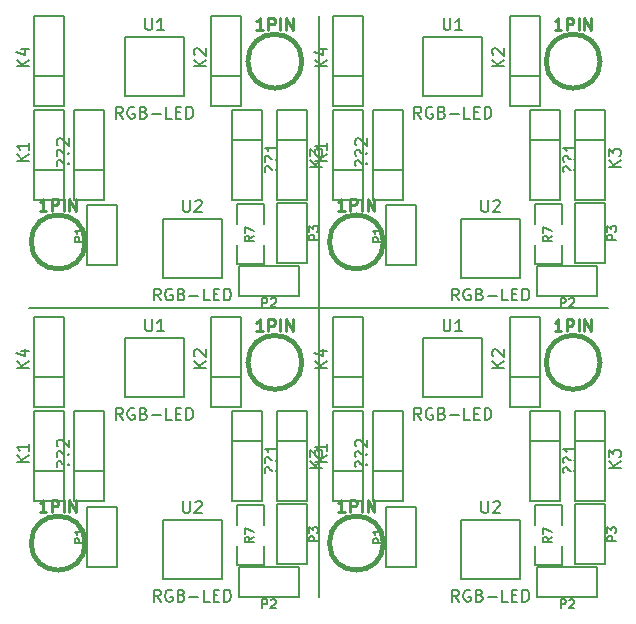
<source format=gto>
G04 (created by PCBNEW (2013-may-18)-stable) date Вт 21 апр 2015 20:47:11*
%MOIN*%
G04 Gerber Fmt 3.4, Leading zero omitted, Abs format*
%FSLAX34Y34*%
G01*
G70*
G90*
G04 APERTURE LIST*
%ADD10C,0.00590551*%
%ADD11C,0.00787402*%
%ADD12C,0.015*%
%ADD13C,0.006*%
%ADD14C,0.005*%
%ADD15C,0.01*%
G04 APERTURE END LIST*
G54D10*
G54D11*
X35944Y-12283D02*
X35944Y-31653D01*
X26299Y-22007D02*
X45590Y-22007D01*
G54D12*
X28163Y-29842D02*
G75*
G03X28163Y-29842I-900J0D01*
G74*
G01*
X35388Y-23818D02*
G75*
G03X35388Y-23818I-900J0D01*
G74*
G01*
G54D13*
X35291Y-30641D02*
X35291Y-31641D01*
X35291Y-31641D02*
X33291Y-31641D01*
X33291Y-31641D02*
X33291Y-30641D01*
X33291Y-30641D02*
X35291Y-30641D01*
X29240Y-30625D02*
X28240Y-30625D01*
X28240Y-30625D02*
X28240Y-28625D01*
X28240Y-28625D02*
X29240Y-28625D01*
X29240Y-28625D02*
X29240Y-30625D01*
X34559Y-28547D02*
X35559Y-28547D01*
X35559Y-28547D02*
X35559Y-30547D01*
X35559Y-30547D02*
X34559Y-30547D01*
X34559Y-30547D02*
X34559Y-28547D01*
X28807Y-28448D02*
X27807Y-28448D01*
X27807Y-28448D02*
X27807Y-25448D01*
X27807Y-25448D02*
X28807Y-25448D01*
X28807Y-25448D02*
X28807Y-28448D01*
X27807Y-27448D02*
X28807Y-27448D01*
X27468Y-28448D02*
X26468Y-28448D01*
X26468Y-28448D02*
X26468Y-25448D01*
X26468Y-25448D02*
X27468Y-25448D01*
X27468Y-25448D02*
X27468Y-28448D01*
X26468Y-27448D02*
X27468Y-27448D01*
X34559Y-25448D02*
X35559Y-25448D01*
X35559Y-25448D02*
X35559Y-28448D01*
X35559Y-28448D02*
X34559Y-28448D01*
X34559Y-28448D02*
X34559Y-25448D01*
X35559Y-26448D02*
X34559Y-26448D01*
X33374Y-25299D02*
X32374Y-25299D01*
X32374Y-25299D02*
X32374Y-22299D01*
X32374Y-22299D02*
X33374Y-22299D01*
X33374Y-22299D02*
X33374Y-25299D01*
X32374Y-24299D02*
X33374Y-24299D01*
X33043Y-25448D02*
X34043Y-25448D01*
X34043Y-25448D02*
X34043Y-28448D01*
X34043Y-28448D02*
X33043Y-28448D01*
X33043Y-28448D02*
X33043Y-25448D01*
X34043Y-26448D02*
X33043Y-26448D01*
X27468Y-25299D02*
X26468Y-25299D01*
X26468Y-25299D02*
X26468Y-22299D01*
X26468Y-22299D02*
X27468Y-22299D01*
X27468Y-22299D02*
X27468Y-25299D01*
X26468Y-24299D02*
X27468Y-24299D01*
G54D10*
X31456Y-23011D02*
X29488Y-23011D01*
X29488Y-23011D02*
X29488Y-24980D01*
X29488Y-24980D02*
X31456Y-24980D01*
X31456Y-24980D02*
X31456Y-23011D01*
X32716Y-29074D02*
X30748Y-29074D01*
X30748Y-29074D02*
X30748Y-31043D01*
X30748Y-31043D02*
X32716Y-31043D01*
X32716Y-31043D02*
X32716Y-29074D01*
G54D14*
X33211Y-30586D02*
X34111Y-30586D01*
X34111Y-30586D02*
X34111Y-29936D01*
X33211Y-29236D02*
X33211Y-28586D01*
X33211Y-28586D02*
X34111Y-28586D01*
X34111Y-28586D02*
X34111Y-29236D01*
X33211Y-29936D02*
X33211Y-30586D01*
X43152Y-30586D02*
X44052Y-30586D01*
X44052Y-30586D02*
X44052Y-29936D01*
X43152Y-29236D02*
X43152Y-28586D01*
X43152Y-28586D02*
X44052Y-28586D01*
X44052Y-28586D02*
X44052Y-29236D01*
X43152Y-29936D02*
X43152Y-30586D01*
G54D10*
X42657Y-29074D02*
X40688Y-29074D01*
X40688Y-29074D02*
X40688Y-31043D01*
X40688Y-31043D02*
X42657Y-31043D01*
X42657Y-31043D02*
X42657Y-29074D01*
X41397Y-23011D02*
X39429Y-23011D01*
X39429Y-23011D02*
X39429Y-24980D01*
X39429Y-24980D02*
X41397Y-24980D01*
X41397Y-24980D02*
X41397Y-23011D01*
G54D13*
X37409Y-25299D02*
X36409Y-25299D01*
X36409Y-25299D02*
X36409Y-22299D01*
X36409Y-22299D02*
X37409Y-22299D01*
X37409Y-22299D02*
X37409Y-25299D01*
X36409Y-24299D02*
X37409Y-24299D01*
X42984Y-25448D02*
X43984Y-25448D01*
X43984Y-25448D02*
X43984Y-28448D01*
X43984Y-28448D02*
X42984Y-28448D01*
X42984Y-28448D02*
X42984Y-25448D01*
X43984Y-26448D02*
X42984Y-26448D01*
X43314Y-25299D02*
X42314Y-25299D01*
X42314Y-25299D02*
X42314Y-22299D01*
X42314Y-22299D02*
X43314Y-22299D01*
X43314Y-22299D02*
X43314Y-25299D01*
X42314Y-24299D02*
X43314Y-24299D01*
X44500Y-25448D02*
X45500Y-25448D01*
X45500Y-25448D02*
X45500Y-28448D01*
X45500Y-28448D02*
X44500Y-28448D01*
X44500Y-28448D02*
X44500Y-25448D01*
X45500Y-26448D02*
X44500Y-26448D01*
X37409Y-28448D02*
X36409Y-28448D01*
X36409Y-28448D02*
X36409Y-25448D01*
X36409Y-25448D02*
X37409Y-25448D01*
X37409Y-25448D02*
X37409Y-28448D01*
X36409Y-27448D02*
X37409Y-27448D01*
X38748Y-28448D02*
X37748Y-28448D01*
X37748Y-28448D02*
X37748Y-25448D01*
X37748Y-25448D02*
X38748Y-25448D01*
X38748Y-25448D02*
X38748Y-28448D01*
X37748Y-27448D02*
X38748Y-27448D01*
X44500Y-28547D02*
X45500Y-28547D01*
X45500Y-28547D02*
X45500Y-30547D01*
X45500Y-30547D02*
X44500Y-30547D01*
X44500Y-30547D02*
X44500Y-28547D01*
X39181Y-30625D02*
X38181Y-30625D01*
X38181Y-30625D02*
X38181Y-28625D01*
X38181Y-28625D02*
X39181Y-28625D01*
X39181Y-28625D02*
X39181Y-30625D01*
X45232Y-30641D02*
X45232Y-31641D01*
X45232Y-31641D02*
X43232Y-31641D01*
X43232Y-31641D02*
X43232Y-30641D01*
X43232Y-30641D02*
X45232Y-30641D01*
G54D12*
X45329Y-23818D02*
G75*
G03X45329Y-23818I-900J0D01*
G74*
G01*
X38104Y-29842D02*
G75*
G03X38104Y-29842I-900J0D01*
G74*
G01*
X38104Y-19803D02*
G75*
G03X38104Y-19803I-900J0D01*
G74*
G01*
X45329Y-13779D02*
G75*
G03X45329Y-13779I-900J0D01*
G74*
G01*
G54D13*
X45232Y-20602D02*
X45232Y-21602D01*
X45232Y-21602D02*
X43232Y-21602D01*
X43232Y-21602D02*
X43232Y-20602D01*
X43232Y-20602D02*
X45232Y-20602D01*
X39181Y-20586D02*
X38181Y-20586D01*
X38181Y-20586D02*
X38181Y-18586D01*
X38181Y-18586D02*
X39181Y-18586D01*
X39181Y-18586D02*
X39181Y-20586D01*
X44500Y-18507D02*
X45500Y-18507D01*
X45500Y-18507D02*
X45500Y-20507D01*
X45500Y-20507D02*
X44500Y-20507D01*
X44500Y-20507D02*
X44500Y-18507D01*
X38748Y-18409D02*
X37748Y-18409D01*
X37748Y-18409D02*
X37748Y-15409D01*
X37748Y-15409D02*
X38748Y-15409D01*
X38748Y-15409D02*
X38748Y-18409D01*
X37748Y-17409D02*
X38748Y-17409D01*
X37409Y-18409D02*
X36409Y-18409D01*
X36409Y-18409D02*
X36409Y-15409D01*
X36409Y-15409D02*
X37409Y-15409D01*
X37409Y-15409D02*
X37409Y-18409D01*
X36409Y-17409D02*
X37409Y-17409D01*
X44500Y-15409D02*
X45500Y-15409D01*
X45500Y-15409D02*
X45500Y-18409D01*
X45500Y-18409D02*
X44500Y-18409D01*
X44500Y-18409D02*
X44500Y-15409D01*
X45500Y-16409D02*
X44500Y-16409D01*
X43314Y-15259D02*
X42314Y-15259D01*
X42314Y-15259D02*
X42314Y-12259D01*
X42314Y-12259D02*
X43314Y-12259D01*
X43314Y-12259D02*
X43314Y-15259D01*
X42314Y-14259D02*
X43314Y-14259D01*
X42984Y-15409D02*
X43984Y-15409D01*
X43984Y-15409D02*
X43984Y-18409D01*
X43984Y-18409D02*
X42984Y-18409D01*
X42984Y-18409D02*
X42984Y-15409D01*
X43984Y-16409D02*
X42984Y-16409D01*
X37409Y-15259D02*
X36409Y-15259D01*
X36409Y-15259D02*
X36409Y-12259D01*
X36409Y-12259D02*
X37409Y-12259D01*
X37409Y-12259D02*
X37409Y-15259D01*
X36409Y-14259D02*
X37409Y-14259D01*
G54D10*
X41397Y-12972D02*
X39429Y-12972D01*
X39429Y-12972D02*
X39429Y-14940D01*
X39429Y-14940D02*
X41397Y-14940D01*
X41397Y-14940D02*
X41397Y-12972D01*
X42657Y-19035D02*
X40688Y-19035D01*
X40688Y-19035D02*
X40688Y-21003D01*
X40688Y-21003D02*
X42657Y-21003D01*
X42657Y-21003D02*
X42657Y-19035D01*
G54D14*
X43152Y-20547D02*
X44052Y-20547D01*
X44052Y-20547D02*
X44052Y-19897D01*
X43152Y-19197D02*
X43152Y-18547D01*
X43152Y-18547D02*
X44052Y-18547D01*
X44052Y-18547D02*
X44052Y-19197D01*
X43152Y-19897D02*
X43152Y-20547D01*
X33211Y-20547D02*
X34111Y-20547D01*
X34111Y-20547D02*
X34111Y-19897D01*
X33211Y-19197D02*
X33211Y-18547D01*
X33211Y-18547D02*
X34111Y-18547D01*
X34111Y-18547D02*
X34111Y-19197D01*
X33211Y-19897D02*
X33211Y-20547D01*
G54D10*
X32716Y-19035D02*
X30748Y-19035D01*
X30748Y-19035D02*
X30748Y-21003D01*
X30748Y-21003D02*
X32716Y-21003D01*
X32716Y-21003D02*
X32716Y-19035D01*
X31456Y-12972D02*
X29488Y-12972D01*
X29488Y-12972D02*
X29488Y-14940D01*
X29488Y-14940D02*
X31456Y-14940D01*
X31456Y-14940D02*
X31456Y-12972D01*
G54D13*
X27468Y-15259D02*
X26468Y-15259D01*
X26468Y-15259D02*
X26468Y-12259D01*
X26468Y-12259D02*
X27468Y-12259D01*
X27468Y-12259D02*
X27468Y-15259D01*
X26468Y-14259D02*
X27468Y-14259D01*
X33043Y-15409D02*
X34043Y-15409D01*
X34043Y-15409D02*
X34043Y-18409D01*
X34043Y-18409D02*
X33043Y-18409D01*
X33043Y-18409D02*
X33043Y-15409D01*
X34043Y-16409D02*
X33043Y-16409D01*
X33374Y-15259D02*
X32374Y-15259D01*
X32374Y-15259D02*
X32374Y-12259D01*
X32374Y-12259D02*
X33374Y-12259D01*
X33374Y-12259D02*
X33374Y-15259D01*
X32374Y-14259D02*
X33374Y-14259D01*
X34559Y-15409D02*
X35559Y-15409D01*
X35559Y-15409D02*
X35559Y-18409D01*
X35559Y-18409D02*
X34559Y-18409D01*
X34559Y-18409D02*
X34559Y-15409D01*
X35559Y-16409D02*
X34559Y-16409D01*
X27468Y-18409D02*
X26468Y-18409D01*
X26468Y-18409D02*
X26468Y-15409D01*
X26468Y-15409D02*
X27468Y-15409D01*
X27468Y-15409D02*
X27468Y-18409D01*
X26468Y-17409D02*
X27468Y-17409D01*
X28807Y-18409D02*
X27807Y-18409D01*
X27807Y-18409D02*
X27807Y-15409D01*
X27807Y-15409D02*
X28807Y-15409D01*
X28807Y-15409D02*
X28807Y-18409D01*
X27807Y-17409D02*
X28807Y-17409D01*
X34559Y-18507D02*
X35559Y-18507D01*
X35559Y-18507D02*
X35559Y-20507D01*
X35559Y-20507D02*
X34559Y-20507D01*
X34559Y-20507D02*
X34559Y-18507D01*
X29240Y-20586D02*
X28240Y-20586D01*
X28240Y-20586D02*
X28240Y-18586D01*
X28240Y-18586D02*
X29240Y-18586D01*
X29240Y-18586D02*
X29240Y-20586D01*
X35291Y-20602D02*
X35291Y-21602D01*
X35291Y-21602D02*
X33291Y-21602D01*
X33291Y-21602D02*
X33291Y-20602D01*
X33291Y-20602D02*
X35291Y-20602D01*
G54D12*
X35388Y-13779D02*
G75*
G03X35388Y-13779I-900J0D01*
G74*
G01*
X28163Y-19803D02*
G75*
G03X28163Y-19803I-900J0D01*
G74*
G01*
G54D15*
X26873Y-28804D02*
X26644Y-28804D01*
X26759Y-28804D02*
X26759Y-28404D01*
X26720Y-28461D01*
X26682Y-28499D01*
X26644Y-28518D01*
X27044Y-28804D02*
X27044Y-28404D01*
X27197Y-28404D01*
X27235Y-28423D01*
X27254Y-28442D01*
X27273Y-28480D01*
X27273Y-28537D01*
X27254Y-28575D01*
X27235Y-28594D01*
X27197Y-28613D01*
X27044Y-28613D01*
X27444Y-28804D02*
X27444Y-28404D01*
X27635Y-28804D02*
X27635Y-28404D01*
X27863Y-28804D01*
X27863Y-28404D01*
X34097Y-22780D02*
X33869Y-22780D01*
X33983Y-22780D02*
X33983Y-22380D01*
X33945Y-22437D01*
X33907Y-22476D01*
X33869Y-22495D01*
X34269Y-22780D02*
X34269Y-22380D01*
X34421Y-22380D01*
X34459Y-22399D01*
X34478Y-22418D01*
X34497Y-22456D01*
X34497Y-22514D01*
X34478Y-22552D01*
X34459Y-22571D01*
X34421Y-22590D01*
X34269Y-22590D01*
X34669Y-22780D02*
X34669Y-22380D01*
X34859Y-22780D02*
X34859Y-22380D01*
X35088Y-22780D01*
X35088Y-22380D01*
G54D13*
X34069Y-32013D02*
X34069Y-31713D01*
X34184Y-31713D01*
X34212Y-31727D01*
X34227Y-31741D01*
X34241Y-31770D01*
X34241Y-31813D01*
X34227Y-31841D01*
X34212Y-31856D01*
X34184Y-31870D01*
X34069Y-31870D01*
X34355Y-31741D02*
X34369Y-31727D01*
X34398Y-31713D01*
X34469Y-31713D01*
X34498Y-31727D01*
X34512Y-31741D01*
X34527Y-31770D01*
X34527Y-31798D01*
X34512Y-31841D01*
X34341Y-32013D01*
X34527Y-32013D01*
X28111Y-29847D02*
X27811Y-29847D01*
X27811Y-29733D01*
X27825Y-29704D01*
X27840Y-29690D01*
X27868Y-29675D01*
X27911Y-29675D01*
X27940Y-29690D01*
X27954Y-29704D01*
X27968Y-29733D01*
X27968Y-29847D01*
X28111Y-29390D02*
X28111Y-29561D01*
X28111Y-29475D02*
X27811Y-29475D01*
X27854Y-29504D01*
X27883Y-29533D01*
X27897Y-29561D01*
X35930Y-29768D02*
X35630Y-29768D01*
X35630Y-29654D01*
X35644Y-29625D01*
X35659Y-29611D01*
X35687Y-29597D01*
X35730Y-29597D01*
X35759Y-29611D01*
X35773Y-29625D01*
X35787Y-29654D01*
X35787Y-29768D01*
X35630Y-29497D02*
X35630Y-29311D01*
X35744Y-29411D01*
X35744Y-29368D01*
X35759Y-29340D01*
X35773Y-29325D01*
X35801Y-29311D01*
X35873Y-29311D01*
X35901Y-29325D01*
X35916Y-29340D01*
X35930Y-29368D01*
X35930Y-29454D01*
X35916Y-29482D01*
X35901Y-29497D01*
X27580Y-27229D02*
X27599Y-27210D01*
X27618Y-27229D01*
X27599Y-27248D01*
X27580Y-27229D01*
X27618Y-27229D01*
X27238Y-27305D02*
X27218Y-27267D01*
X27218Y-27172D01*
X27238Y-27134D01*
X27276Y-27115D01*
X27314Y-27115D01*
X27352Y-27134D01*
X27371Y-27153D01*
X27390Y-27191D01*
X27409Y-27210D01*
X27447Y-27229D01*
X27466Y-27229D01*
X27580Y-26886D02*
X27599Y-26867D01*
X27618Y-26886D01*
X27599Y-26905D01*
X27580Y-26886D01*
X27618Y-26886D01*
X27238Y-26963D02*
X27218Y-26925D01*
X27218Y-26829D01*
X27238Y-26791D01*
X27276Y-26772D01*
X27314Y-26772D01*
X27352Y-26791D01*
X27371Y-26810D01*
X27390Y-26848D01*
X27409Y-26867D01*
X27447Y-26886D01*
X27466Y-26886D01*
X27257Y-26620D02*
X27238Y-26601D01*
X27218Y-26563D01*
X27218Y-26467D01*
X27238Y-26429D01*
X27257Y-26410D01*
X27295Y-26391D01*
X27333Y-26391D01*
X27390Y-26410D01*
X27618Y-26639D01*
X27618Y-26391D01*
X26280Y-27144D02*
X25880Y-27144D01*
X26280Y-26915D02*
X26051Y-27086D01*
X25880Y-26915D02*
X26108Y-27144D01*
X26280Y-26534D02*
X26280Y-26763D01*
X26280Y-26648D02*
X25880Y-26648D01*
X25937Y-26686D01*
X25975Y-26725D01*
X25994Y-26763D01*
X36070Y-27344D02*
X35670Y-27344D01*
X36070Y-27115D02*
X35842Y-27286D01*
X35670Y-27115D02*
X35899Y-27344D01*
X35670Y-26982D02*
X35670Y-26734D01*
X35823Y-26867D01*
X35823Y-26810D01*
X35842Y-26772D01*
X35861Y-26753D01*
X35899Y-26734D01*
X35994Y-26734D01*
X36032Y-26753D01*
X36051Y-26772D01*
X36070Y-26810D01*
X36070Y-26925D01*
X36051Y-26963D01*
X36032Y-26982D01*
X32185Y-23994D02*
X31785Y-23994D01*
X32185Y-23765D02*
X31957Y-23937D01*
X31785Y-23765D02*
X32014Y-23994D01*
X31824Y-23613D02*
X31804Y-23594D01*
X31785Y-23556D01*
X31785Y-23461D01*
X31804Y-23423D01*
X31824Y-23403D01*
X31862Y-23384D01*
X31900Y-23384D01*
X31957Y-23403D01*
X32185Y-23632D01*
X32185Y-23384D01*
X34517Y-27429D02*
X34536Y-27410D01*
X34555Y-27429D01*
X34536Y-27448D01*
X34517Y-27429D01*
X34555Y-27429D01*
X34174Y-27505D02*
X34155Y-27467D01*
X34155Y-27372D01*
X34174Y-27334D01*
X34212Y-27315D01*
X34250Y-27315D01*
X34288Y-27334D01*
X34307Y-27353D01*
X34326Y-27391D01*
X34345Y-27410D01*
X34383Y-27429D01*
X34402Y-27429D01*
X34517Y-27086D02*
X34536Y-27067D01*
X34555Y-27086D01*
X34536Y-27105D01*
X34517Y-27086D01*
X34555Y-27086D01*
X34174Y-27163D02*
X34155Y-27125D01*
X34155Y-27029D01*
X34174Y-26991D01*
X34212Y-26972D01*
X34250Y-26972D01*
X34288Y-26991D01*
X34307Y-27010D01*
X34326Y-27048D01*
X34345Y-27067D01*
X34383Y-27086D01*
X34402Y-27086D01*
X34555Y-26591D02*
X34555Y-26820D01*
X34555Y-26705D02*
X34155Y-26705D01*
X34212Y-26744D01*
X34250Y-26782D01*
X34269Y-26820D01*
X26280Y-23994D02*
X25880Y-23994D01*
X26280Y-23765D02*
X26051Y-23937D01*
X25880Y-23765D02*
X26108Y-23994D01*
X26013Y-23423D02*
X26280Y-23423D01*
X25861Y-23518D02*
X26147Y-23613D01*
X26147Y-23365D01*
G54D10*
X30172Y-22383D02*
X30172Y-22702D01*
X30191Y-22739D01*
X30209Y-22758D01*
X30247Y-22777D01*
X30322Y-22777D01*
X30359Y-22758D01*
X30378Y-22739D01*
X30397Y-22702D01*
X30397Y-22383D01*
X30791Y-22777D02*
X30566Y-22777D01*
X30678Y-22777D02*
X30678Y-22383D01*
X30641Y-22440D01*
X30603Y-22477D01*
X30566Y-22496D01*
X29422Y-25730D02*
X29291Y-25542D01*
X29197Y-25730D02*
X29197Y-25336D01*
X29347Y-25336D01*
X29385Y-25355D01*
X29403Y-25374D01*
X29422Y-25411D01*
X29422Y-25467D01*
X29403Y-25505D01*
X29385Y-25523D01*
X29347Y-25542D01*
X29197Y-25542D01*
X29797Y-25355D02*
X29760Y-25336D01*
X29703Y-25336D01*
X29647Y-25355D01*
X29610Y-25392D01*
X29591Y-25430D01*
X29572Y-25505D01*
X29572Y-25561D01*
X29591Y-25636D01*
X29610Y-25673D01*
X29647Y-25711D01*
X29703Y-25730D01*
X29741Y-25730D01*
X29797Y-25711D01*
X29816Y-25692D01*
X29816Y-25561D01*
X29741Y-25561D01*
X30116Y-25523D02*
X30172Y-25542D01*
X30191Y-25561D01*
X30209Y-25598D01*
X30209Y-25655D01*
X30191Y-25692D01*
X30172Y-25711D01*
X30134Y-25730D01*
X29985Y-25730D01*
X29985Y-25336D01*
X30116Y-25336D01*
X30153Y-25355D01*
X30172Y-25374D01*
X30191Y-25411D01*
X30191Y-25449D01*
X30172Y-25486D01*
X30153Y-25505D01*
X30116Y-25523D01*
X29985Y-25523D01*
X30378Y-25580D02*
X30678Y-25580D01*
X31053Y-25730D02*
X30866Y-25730D01*
X30866Y-25336D01*
X31184Y-25523D02*
X31316Y-25523D01*
X31372Y-25730D02*
X31184Y-25730D01*
X31184Y-25336D01*
X31372Y-25336D01*
X31541Y-25730D02*
X31541Y-25336D01*
X31634Y-25336D01*
X31691Y-25355D01*
X31728Y-25392D01*
X31747Y-25430D01*
X31766Y-25505D01*
X31766Y-25561D01*
X31747Y-25636D01*
X31728Y-25673D01*
X31691Y-25711D01*
X31634Y-25730D01*
X31541Y-25730D01*
X31432Y-28446D02*
X31432Y-28765D01*
X31451Y-28802D01*
X31469Y-28821D01*
X31507Y-28840D01*
X31582Y-28840D01*
X31619Y-28821D01*
X31638Y-28802D01*
X31657Y-28765D01*
X31657Y-28446D01*
X31826Y-28484D02*
X31844Y-28465D01*
X31882Y-28446D01*
X31976Y-28446D01*
X32013Y-28465D01*
X32032Y-28484D01*
X32050Y-28521D01*
X32050Y-28559D01*
X32032Y-28615D01*
X31807Y-28840D01*
X32050Y-28840D01*
X30682Y-31793D02*
X30551Y-31605D01*
X30457Y-31793D02*
X30457Y-31399D01*
X30607Y-31399D01*
X30644Y-31418D01*
X30663Y-31437D01*
X30682Y-31474D01*
X30682Y-31530D01*
X30663Y-31568D01*
X30644Y-31586D01*
X30607Y-31605D01*
X30457Y-31605D01*
X31057Y-31418D02*
X31019Y-31399D01*
X30963Y-31399D01*
X30907Y-31418D01*
X30869Y-31455D01*
X30851Y-31493D01*
X30832Y-31568D01*
X30832Y-31624D01*
X30851Y-31699D01*
X30869Y-31736D01*
X30907Y-31774D01*
X30963Y-31793D01*
X31001Y-31793D01*
X31057Y-31774D01*
X31076Y-31755D01*
X31076Y-31624D01*
X31001Y-31624D01*
X31376Y-31586D02*
X31432Y-31605D01*
X31451Y-31624D01*
X31469Y-31661D01*
X31469Y-31718D01*
X31451Y-31755D01*
X31432Y-31774D01*
X31394Y-31793D01*
X31244Y-31793D01*
X31244Y-31399D01*
X31376Y-31399D01*
X31413Y-31418D01*
X31432Y-31437D01*
X31451Y-31474D01*
X31451Y-31511D01*
X31432Y-31549D01*
X31413Y-31568D01*
X31376Y-31586D01*
X31244Y-31586D01*
X31638Y-31643D02*
X31938Y-31643D01*
X32313Y-31793D02*
X32125Y-31793D01*
X32125Y-31399D01*
X32444Y-31586D02*
X32575Y-31586D01*
X32632Y-31793D02*
X32444Y-31793D01*
X32444Y-31399D01*
X32632Y-31399D01*
X32800Y-31793D02*
X32800Y-31399D01*
X32894Y-31399D01*
X32950Y-31418D01*
X32988Y-31455D01*
X33007Y-31493D01*
X33025Y-31568D01*
X33025Y-31624D01*
X33007Y-31699D01*
X32988Y-31736D01*
X32950Y-31774D01*
X32894Y-31793D01*
X32800Y-31793D01*
G54D14*
X33782Y-29636D02*
X33639Y-29736D01*
X33782Y-29808D02*
X33482Y-29808D01*
X33482Y-29693D01*
X33497Y-29665D01*
X33511Y-29650D01*
X33539Y-29636D01*
X33582Y-29636D01*
X33611Y-29650D01*
X33625Y-29665D01*
X33639Y-29693D01*
X33639Y-29808D01*
X33482Y-29536D02*
X33482Y-29336D01*
X33782Y-29465D01*
X43723Y-29636D02*
X43580Y-29736D01*
X43723Y-29808D02*
X43423Y-29808D01*
X43423Y-29693D01*
X43438Y-29665D01*
X43452Y-29650D01*
X43480Y-29636D01*
X43523Y-29636D01*
X43552Y-29650D01*
X43566Y-29665D01*
X43580Y-29693D01*
X43580Y-29808D01*
X43423Y-29536D02*
X43423Y-29336D01*
X43723Y-29465D01*
G54D10*
X41373Y-28446D02*
X41373Y-28765D01*
X41392Y-28802D01*
X41410Y-28821D01*
X41448Y-28840D01*
X41523Y-28840D01*
X41560Y-28821D01*
X41579Y-28802D01*
X41598Y-28765D01*
X41598Y-28446D01*
X41766Y-28484D02*
X41785Y-28465D01*
X41823Y-28446D01*
X41916Y-28446D01*
X41954Y-28465D01*
X41973Y-28484D01*
X41991Y-28521D01*
X41991Y-28559D01*
X41973Y-28615D01*
X41748Y-28840D01*
X41991Y-28840D01*
X40623Y-31793D02*
X40492Y-31605D01*
X40398Y-31793D02*
X40398Y-31399D01*
X40548Y-31399D01*
X40585Y-31418D01*
X40604Y-31437D01*
X40623Y-31474D01*
X40623Y-31530D01*
X40604Y-31568D01*
X40585Y-31586D01*
X40548Y-31605D01*
X40398Y-31605D01*
X40998Y-31418D02*
X40960Y-31399D01*
X40904Y-31399D01*
X40848Y-31418D01*
X40810Y-31455D01*
X40792Y-31493D01*
X40773Y-31568D01*
X40773Y-31624D01*
X40792Y-31699D01*
X40810Y-31736D01*
X40848Y-31774D01*
X40904Y-31793D01*
X40942Y-31793D01*
X40998Y-31774D01*
X41017Y-31755D01*
X41017Y-31624D01*
X40942Y-31624D01*
X41317Y-31586D02*
X41373Y-31605D01*
X41392Y-31624D01*
X41410Y-31661D01*
X41410Y-31718D01*
X41392Y-31755D01*
X41373Y-31774D01*
X41335Y-31793D01*
X41185Y-31793D01*
X41185Y-31399D01*
X41317Y-31399D01*
X41354Y-31418D01*
X41373Y-31437D01*
X41392Y-31474D01*
X41392Y-31511D01*
X41373Y-31549D01*
X41354Y-31568D01*
X41317Y-31586D01*
X41185Y-31586D01*
X41579Y-31643D02*
X41879Y-31643D01*
X42254Y-31793D02*
X42066Y-31793D01*
X42066Y-31399D01*
X42385Y-31586D02*
X42516Y-31586D01*
X42573Y-31793D02*
X42385Y-31793D01*
X42385Y-31399D01*
X42573Y-31399D01*
X42741Y-31793D02*
X42741Y-31399D01*
X42835Y-31399D01*
X42891Y-31418D01*
X42929Y-31455D01*
X42948Y-31493D01*
X42966Y-31568D01*
X42966Y-31624D01*
X42948Y-31699D01*
X42929Y-31736D01*
X42891Y-31774D01*
X42835Y-31793D01*
X42741Y-31793D01*
X40113Y-22383D02*
X40113Y-22702D01*
X40132Y-22739D01*
X40150Y-22758D01*
X40188Y-22777D01*
X40263Y-22777D01*
X40300Y-22758D01*
X40319Y-22739D01*
X40338Y-22702D01*
X40338Y-22383D01*
X40732Y-22777D02*
X40507Y-22777D01*
X40619Y-22777D02*
X40619Y-22383D01*
X40582Y-22440D01*
X40544Y-22477D01*
X40507Y-22496D01*
X39363Y-25730D02*
X39232Y-25542D01*
X39138Y-25730D02*
X39138Y-25336D01*
X39288Y-25336D01*
X39326Y-25355D01*
X39344Y-25374D01*
X39363Y-25411D01*
X39363Y-25467D01*
X39344Y-25505D01*
X39326Y-25523D01*
X39288Y-25542D01*
X39138Y-25542D01*
X39738Y-25355D02*
X39700Y-25336D01*
X39644Y-25336D01*
X39588Y-25355D01*
X39550Y-25392D01*
X39532Y-25430D01*
X39513Y-25505D01*
X39513Y-25561D01*
X39532Y-25636D01*
X39550Y-25673D01*
X39588Y-25711D01*
X39644Y-25730D01*
X39682Y-25730D01*
X39738Y-25711D01*
X39757Y-25692D01*
X39757Y-25561D01*
X39682Y-25561D01*
X40057Y-25523D02*
X40113Y-25542D01*
X40132Y-25561D01*
X40150Y-25598D01*
X40150Y-25655D01*
X40132Y-25692D01*
X40113Y-25711D01*
X40075Y-25730D01*
X39925Y-25730D01*
X39925Y-25336D01*
X40057Y-25336D01*
X40094Y-25355D01*
X40113Y-25374D01*
X40132Y-25411D01*
X40132Y-25449D01*
X40113Y-25486D01*
X40094Y-25505D01*
X40057Y-25523D01*
X39925Y-25523D01*
X40319Y-25580D02*
X40619Y-25580D01*
X40994Y-25730D02*
X40807Y-25730D01*
X40807Y-25336D01*
X41125Y-25523D02*
X41257Y-25523D01*
X41313Y-25730D02*
X41125Y-25730D01*
X41125Y-25336D01*
X41313Y-25336D01*
X41482Y-25730D02*
X41482Y-25336D01*
X41575Y-25336D01*
X41631Y-25355D01*
X41669Y-25392D01*
X41688Y-25430D01*
X41706Y-25505D01*
X41706Y-25561D01*
X41688Y-25636D01*
X41669Y-25673D01*
X41631Y-25711D01*
X41575Y-25730D01*
X41482Y-25730D01*
G54D13*
X36221Y-23994D02*
X35821Y-23994D01*
X36221Y-23765D02*
X35992Y-23937D01*
X35821Y-23765D02*
X36049Y-23994D01*
X35954Y-23423D02*
X36221Y-23423D01*
X35802Y-23518D02*
X36088Y-23613D01*
X36088Y-23365D01*
X44458Y-27429D02*
X44477Y-27410D01*
X44496Y-27429D01*
X44477Y-27448D01*
X44458Y-27429D01*
X44496Y-27429D01*
X44115Y-27505D02*
X44096Y-27467D01*
X44096Y-27372D01*
X44115Y-27334D01*
X44153Y-27315D01*
X44191Y-27315D01*
X44229Y-27334D01*
X44248Y-27353D01*
X44267Y-27391D01*
X44286Y-27410D01*
X44324Y-27429D01*
X44343Y-27429D01*
X44458Y-27086D02*
X44477Y-27067D01*
X44496Y-27086D01*
X44477Y-27105D01*
X44458Y-27086D01*
X44496Y-27086D01*
X44115Y-27163D02*
X44096Y-27125D01*
X44096Y-27029D01*
X44115Y-26991D01*
X44153Y-26972D01*
X44191Y-26972D01*
X44229Y-26991D01*
X44248Y-27010D01*
X44267Y-27048D01*
X44286Y-27067D01*
X44324Y-27086D01*
X44343Y-27086D01*
X44496Y-26591D02*
X44496Y-26820D01*
X44496Y-26705D02*
X44096Y-26705D01*
X44153Y-26744D01*
X44191Y-26782D01*
X44210Y-26820D01*
X42126Y-23994D02*
X41726Y-23994D01*
X42126Y-23765D02*
X41898Y-23937D01*
X41726Y-23765D02*
X41955Y-23994D01*
X41764Y-23613D02*
X41745Y-23594D01*
X41726Y-23556D01*
X41726Y-23461D01*
X41745Y-23423D01*
X41764Y-23403D01*
X41803Y-23384D01*
X41841Y-23384D01*
X41898Y-23403D01*
X42126Y-23632D01*
X42126Y-23384D01*
X46011Y-27344D02*
X45611Y-27344D01*
X46011Y-27115D02*
X45783Y-27286D01*
X45611Y-27115D02*
X45840Y-27344D01*
X45611Y-26982D02*
X45611Y-26734D01*
X45764Y-26867D01*
X45764Y-26810D01*
X45783Y-26772D01*
X45802Y-26753D01*
X45840Y-26734D01*
X45935Y-26734D01*
X45973Y-26753D01*
X45992Y-26772D01*
X46011Y-26810D01*
X46011Y-26925D01*
X45992Y-26963D01*
X45973Y-26982D01*
X36221Y-27144D02*
X35821Y-27144D01*
X36221Y-26915D02*
X35992Y-27086D01*
X35821Y-26915D02*
X36049Y-27144D01*
X36221Y-26534D02*
X36221Y-26763D01*
X36221Y-26648D02*
X35821Y-26648D01*
X35878Y-26686D01*
X35916Y-26725D01*
X35935Y-26763D01*
X37521Y-27229D02*
X37540Y-27210D01*
X37559Y-27229D01*
X37540Y-27248D01*
X37521Y-27229D01*
X37559Y-27229D01*
X37178Y-27305D02*
X37159Y-27267D01*
X37159Y-27172D01*
X37178Y-27134D01*
X37217Y-27115D01*
X37255Y-27115D01*
X37293Y-27134D01*
X37312Y-27153D01*
X37331Y-27191D01*
X37350Y-27210D01*
X37388Y-27229D01*
X37407Y-27229D01*
X37521Y-26886D02*
X37540Y-26867D01*
X37559Y-26886D01*
X37540Y-26905D01*
X37521Y-26886D01*
X37559Y-26886D01*
X37178Y-26963D02*
X37159Y-26925D01*
X37159Y-26829D01*
X37178Y-26791D01*
X37217Y-26772D01*
X37255Y-26772D01*
X37293Y-26791D01*
X37312Y-26810D01*
X37331Y-26848D01*
X37350Y-26867D01*
X37388Y-26886D01*
X37407Y-26886D01*
X37198Y-26620D02*
X37178Y-26601D01*
X37159Y-26563D01*
X37159Y-26467D01*
X37178Y-26429D01*
X37198Y-26410D01*
X37236Y-26391D01*
X37274Y-26391D01*
X37331Y-26410D01*
X37559Y-26639D01*
X37559Y-26391D01*
X45871Y-29768D02*
X45571Y-29768D01*
X45571Y-29654D01*
X45585Y-29625D01*
X45600Y-29611D01*
X45628Y-29597D01*
X45671Y-29597D01*
X45700Y-29611D01*
X45714Y-29625D01*
X45728Y-29654D01*
X45728Y-29768D01*
X45571Y-29497D02*
X45571Y-29311D01*
X45685Y-29411D01*
X45685Y-29368D01*
X45700Y-29340D01*
X45714Y-29325D01*
X45742Y-29311D01*
X45814Y-29311D01*
X45842Y-29325D01*
X45857Y-29340D01*
X45871Y-29368D01*
X45871Y-29454D01*
X45857Y-29482D01*
X45842Y-29497D01*
X38052Y-29847D02*
X37752Y-29847D01*
X37752Y-29733D01*
X37766Y-29704D01*
X37781Y-29690D01*
X37809Y-29675D01*
X37852Y-29675D01*
X37881Y-29690D01*
X37895Y-29704D01*
X37909Y-29733D01*
X37909Y-29847D01*
X38052Y-29390D02*
X38052Y-29561D01*
X38052Y-29475D02*
X37752Y-29475D01*
X37795Y-29504D01*
X37823Y-29533D01*
X37838Y-29561D01*
X44010Y-32013D02*
X44010Y-31713D01*
X44125Y-31713D01*
X44153Y-31727D01*
X44167Y-31741D01*
X44182Y-31770D01*
X44182Y-31813D01*
X44167Y-31841D01*
X44153Y-31856D01*
X44125Y-31870D01*
X44010Y-31870D01*
X44296Y-31741D02*
X44310Y-31727D01*
X44339Y-31713D01*
X44410Y-31713D01*
X44439Y-31727D01*
X44453Y-31741D01*
X44467Y-31770D01*
X44467Y-31798D01*
X44453Y-31841D01*
X44282Y-32013D01*
X44467Y-32013D01*
G54D15*
X44038Y-22780D02*
X43810Y-22780D01*
X43924Y-22780D02*
X43924Y-22380D01*
X43886Y-22437D01*
X43848Y-22476D01*
X43810Y-22495D01*
X44210Y-22780D02*
X44210Y-22380D01*
X44362Y-22380D01*
X44400Y-22399D01*
X44419Y-22418D01*
X44438Y-22456D01*
X44438Y-22514D01*
X44419Y-22552D01*
X44400Y-22571D01*
X44362Y-22590D01*
X44210Y-22590D01*
X44610Y-22780D02*
X44610Y-22380D01*
X44800Y-22780D02*
X44800Y-22380D01*
X45029Y-22780D01*
X45029Y-22380D01*
X36814Y-28804D02*
X36585Y-28804D01*
X36699Y-28804D02*
X36699Y-28404D01*
X36661Y-28461D01*
X36623Y-28499D01*
X36585Y-28518D01*
X36985Y-28804D02*
X36985Y-28404D01*
X37138Y-28404D01*
X37176Y-28423D01*
X37195Y-28442D01*
X37214Y-28480D01*
X37214Y-28537D01*
X37195Y-28575D01*
X37176Y-28594D01*
X37138Y-28613D01*
X36985Y-28613D01*
X37385Y-28804D02*
X37385Y-28404D01*
X37576Y-28804D02*
X37576Y-28404D01*
X37804Y-28804D01*
X37804Y-28404D01*
X36814Y-18765D02*
X36585Y-18765D01*
X36699Y-18765D02*
X36699Y-18365D01*
X36661Y-18422D01*
X36623Y-18460D01*
X36585Y-18479D01*
X36985Y-18765D02*
X36985Y-18365D01*
X37138Y-18365D01*
X37176Y-18384D01*
X37195Y-18403D01*
X37214Y-18441D01*
X37214Y-18498D01*
X37195Y-18536D01*
X37176Y-18555D01*
X37138Y-18574D01*
X36985Y-18574D01*
X37385Y-18765D02*
X37385Y-18365D01*
X37576Y-18765D02*
X37576Y-18365D01*
X37804Y-18765D01*
X37804Y-18365D01*
X44038Y-12741D02*
X43810Y-12741D01*
X43924Y-12741D02*
X43924Y-12341D01*
X43886Y-12398D01*
X43848Y-12436D01*
X43810Y-12455D01*
X44210Y-12741D02*
X44210Y-12341D01*
X44362Y-12341D01*
X44400Y-12360D01*
X44419Y-12379D01*
X44438Y-12417D01*
X44438Y-12474D01*
X44419Y-12512D01*
X44400Y-12531D01*
X44362Y-12550D01*
X44210Y-12550D01*
X44610Y-12741D02*
X44610Y-12341D01*
X44800Y-12741D02*
X44800Y-12341D01*
X45029Y-12741D01*
X45029Y-12341D01*
G54D13*
X44010Y-21973D02*
X44010Y-21673D01*
X44125Y-21673D01*
X44153Y-21688D01*
X44167Y-21702D01*
X44182Y-21730D01*
X44182Y-21773D01*
X44167Y-21802D01*
X44153Y-21816D01*
X44125Y-21830D01*
X44010Y-21830D01*
X44296Y-21702D02*
X44310Y-21688D01*
X44339Y-21673D01*
X44410Y-21673D01*
X44439Y-21688D01*
X44453Y-21702D01*
X44467Y-21730D01*
X44467Y-21759D01*
X44453Y-21802D01*
X44282Y-21973D01*
X44467Y-21973D01*
X38052Y-19808D02*
X37752Y-19808D01*
X37752Y-19693D01*
X37766Y-19665D01*
X37781Y-19650D01*
X37809Y-19636D01*
X37852Y-19636D01*
X37881Y-19650D01*
X37895Y-19665D01*
X37909Y-19693D01*
X37909Y-19808D01*
X38052Y-19350D02*
X38052Y-19522D01*
X38052Y-19436D02*
X37752Y-19436D01*
X37795Y-19465D01*
X37823Y-19493D01*
X37838Y-19522D01*
X45871Y-19729D02*
X45571Y-19729D01*
X45571Y-19615D01*
X45585Y-19586D01*
X45600Y-19572D01*
X45628Y-19557D01*
X45671Y-19557D01*
X45700Y-19572D01*
X45714Y-19586D01*
X45728Y-19615D01*
X45728Y-19729D01*
X45571Y-19457D02*
X45571Y-19272D01*
X45685Y-19372D01*
X45685Y-19329D01*
X45700Y-19300D01*
X45714Y-19286D01*
X45742Y-19272D01*
X45814Y-19272D01*
X45842Y-19286D01*
X45857Y-19300D01*
X45871Y-19329D01*
X45871Y-19415D01*
X45857Y-19443D01*
X45842Y-19457D01*
X37521Y-17190D02*
X37540Y-17171D01*
X37559Y-17190D01*
X37540Y-17209D01*
X37521Y-17190D01*
X37559Y-17190D01*
X37178Y-17266D02*
X37159Y-17228D01*
X37159Y-17133D01*
X37178Y-17095D01*
X37217Y-17076D01*
X37255Y-17076D01*
X37293Y-17095D01*
X37312Y-17114D01*
X37331Y-17152D01*
X37350Y-17171D01*
X37388Y-17190D01*
X37407Y-17190D01*
X37521Y-16847D02*
X37540Y-16828D01*
X37559Y-16847D01*
X37540Y-16866D01*
X37521Y-16847D01*
X37559Y-16847D01*
X37178Y-16923D02*
X37159Y-16885D01*
X37159Y-16790D01*
X37178Y-16752D01*
X37217Y-16733D01*
X37255Y-16733D01*
X37293Y-16752D01*
X37312Y-16771D01*
X37331Y-16809D01*
X37350Y-16828D01*
X37388Y-16847D01*
X37407Y-16847D01*
X37198Y-16580D02*
X37178Y-16561D01*
X37159Y-16523D01*
X37159Y-16428D01*
X37178Y-16390D01*
X37198Y-16371D01*
X37236Y-16352D01*
X37274Y-16352D01*
X37331Y-16371D01*
X37559Y-16599D01*
X37559Y-16352D01*
X36221Y-17104D02*
X35821Y-17104D01*
X36221Y-16876D02*
X35992Y-17047D01*
X35821Y-16876D02*
X36049Y-17104D01*
X36221Y-16495D02*
X36221Y-16723D01*
X36221Y-16609D02*
X35821Y-16609D01*
X35878Y-16647D01*
X35916Y-16685D01*
X35935Y-16723D01*
X46011Y-17304D02*
X45611Y-17304D01*
X46011Y-17076D02*
X45783Y-17247D01*
X45611Y-17076D02*
X45840Y-17304D01*
X45611Y-16942D02*
X45611Y-16695D01*
X45764Y-16828D01*
X45764Y-16771D01*
X45783Y-16733D01*
X45802Y-16714D01*
X45840Y-16695D01*
X45935Y-16695D01*
X45973Y-16714D01*
X45992Y-16733D01*
X46011Y-16771D01*
X46011Y-16885D01*
X45992Y-16923D01*
X45973Y-16942D01*
X42126Y-13955D02*
X41726Y-13955D01*
X42126Y-13726D02*
X41898Y-13897D01*
X41726Y-13726D02*
X41955Y-13955D01*
X41764Y-13574D02*
X41745Y-13555D01*
X41726Y-13516D01*
X41726Y-13421D01*
X41745Y-13383D01*
X41764Y-13364D01*
X41803Y-13345D01*
X41841Y-13345D01*
X41898Y-13364D01*
X42126Y-13593D01*
X42126Y-13345D01*
X44458Y-17390D02*
X44477Y-17371D01*
X44496Y-17390D01*
X44477Y-17409D01*
X44458Y-17390D01*
X44496Y-17390D01*
X44115Y-17466D02*
X44096Y-17428D01*
X44096Y-17333D01*
X44115Y-17295D01*
X44153Y-17276D01*
X44191Y-17276D01*
X44229Y-17295D01*
X44248Y-17314D01*
X44267Y-17352D01*
X44286Y-17371D01*
X44324Y-17390D01*
X44343Y-17390D01*
X44458Y-17047D02*
X44477Y-17028D01*
X44496Y-17047D01*
X44477Y-17066D01*
X44458Y-17047D01*
X44496Y-17047D01*
X44115Y-17123D02*
X44096Y-17085D01*
X44096Y-16990D01*
X44115Y-16952D01*
X44153Y-16933D01*
X44191Y-16933D01*
X44229Y-16952D01*
X44248Y-16971D01*
X44267Y-17009D01*
X44286Y-17028D01*
X44324Y-17047D01*
X44343Y-17047D01*
X44496Y-16552D02*
X44496Y-16780D01*
X44496Y-16666D02*
X44096Y-16666D01*
X44153Y-16704D01*
X44191Y-16742D01*
X44210Y-16780D01*
X36221Y-13955D02*
X35821Y-13955D01*
X36221Y-13726D02*
X35992Y-13897D01*
X35821Y-13726D02*
X36049Y-13955D01*
X35954Y-13383D02*
X36221Y-13383D01*
X35802Y-13478D02*
X36088Y-13574D01*
X36088Y-13326D01*
G54D10*
X40113Y-12344D02*
X40113Y-12663D01*
X40132Y-12700D01*
X40150Y-12719D01*
X40188Y-12738D01*
X40263Y-12738D01*
X40300Y-12719D01*
X40319Y-12700D01*
X40338Y-12663D01*
X40338Y-12344D01*
X40732Y-12738D02*
X40507Y-12738D01*
X40619Y-12738D02*
X40619Y-12344D01*
X40582Y-12400D01*
X40544Y-12438D01*
X40507Y-12456D01*
X39363Y-15690D02*
X39232Y-15503D01*
X39138Y-15690D02*
X39138Y-15297D01*
X39288Y-15297D01*
X39326Y-15315D01*
X39344Y-15334D01*
X39363Y-15372D01*
X39363Y-15428D01*
X39344Y-15465D01*
X39326Y-15484D01*
X39288Y-15503D01*
X39138Y-15503D01*
X39738Y-15315D02*
X39700Y-15297D01*
X39644Y-15297D01*
X39588Y-15315D01*
X39550Y-15353D01*
X39532Y-15390D01*
X39513Y-15465D01*
X39513Y-15522D01*
X39532Y-15597D01*
X39550Y-15634D01*
X39588Y-15672D01*
X39644Y-15690D01*
X39682Y-15690D01*
X39738Y-15672D01*
X39757Y-15653D01*
X39757Y-15522D01*
X39682Y-15522D01*
X40057Y-15484D02*
X40113Y-15503D01*
X40132Y-15522D01*
X40150Y-15559D01*
X40150Y-15615D01*
X40132Y-15653D01*
X40113Y-15672D01*
X40075Y-15690D01*
X39925Y-15690D01*
X39925Y-15297D01*
X40057Y-15297D01*
X40094Y-15315D01*
X40113Y-15334D01*
X40132Y-15372D01*
X40132Y-15409D01*
X40113Y-15447D01*
X40094Y-15465D01*
X40057Y-15484D01*
X39925Y-15484D01*
X40319Y-15540D02*
X40619Y-15540D01*
X40994Y-15690D02*
X40807Y-15690D01*
X40807Y-15297D01*
X41125Y-15484D02*
X41257Y-15484D01*
X41313Y-15690D02*
X41125Y-15690D01*
X41125Y-15297D01*
X41313Y-15297D01*
X41482Y-15690D02*
X41482Y-15297D01*
X41575Y-15297D01*
X41631Y-15315D01*
X41669Y-15353D01*
X41688Y-15390D01*
X41706Y-15465D01*
X41706Y-15522D01*
X41688Y-15597D01*
X41669Y-15634D01*
X41631Y-15672D01*
X41575Y-15690D01*
X41482Y-15690D01*
X41373Y-18407D02*
X41373Y-18726D01*
X41392Y-18763D01*
X41410Y-18782D01*
X41448Y-18801D01*
X41523Y-18801D01*
X41560Y-18782D01*
X41579Y-18763D01*
X41598Y-18726D01*
X41598Y-18407D01*
X41766Y-18444D02*
X41785Y-18426D01*
X41823Y-18407D01*
X41916Y-18407D01*
X41954Y-18426D01*
X41973Y-18444D01*
X41991Y-18482D01*
X41991Y-18519D01*
X41973Y-18576D01*
X41748Y-18801D01*
X41991Y-18801D01*
X40623Y-21753D02*
X40492Y-21566D01*
X40398Y-21753D02*
X40398Y-21360D01*
X40548Y-21360D01*
X40585Y-21378D01*
X40604Y-21397D01*
X40623Y-21435D01*
X40623Y-21491D01*
X40604Y-21528D01*
X40585Y-21547D01*
X40548Y-21566D01*
X40398Y-21566D01*
X40998Y-21378D02*
X40960Y-21360D01*
X40904Y-21360D01*
X40848Y-21378D01*
X40810Y-21416D01*
X40792Y-21453D01*
X40773Y-21528D01*
X40773Y-21585D01*
X40792Y-21660D01*
X40810Y-21697D01*
X40848Y-21735D01*
X40904Y-21753D01*
X40942Y-21753D01*
X40998Y-21735D01*
X41017Y-21716D01*
X41017Y-21585D01*
X40942Y-21585D01*
X41317Y-21547D02*
X41373Y-21566D01*
X41392Y-21585D01*
X41410Y-21622D01*
X41410Y-21678D01*
X41392Y-21716D01*
X41373Y-21735D01*
X41335Y-21753D01*
X41185Y-21753D01*
X41185Y-21360D01*
X41317Y-21360D01*
X41354Y-21378D01*
X41373Y-21397D01*
X41392Y-21435D01*
X41392Y-21472D01*
X41373Y-21510D01*
X41354Y-21528D01*
X41317Y-21547D01*
X41185Y-21547D01*
X41579Y-21603D02*
X41879Y-21603D01*
X42254Y-21753D02*
X42066Y-21753D01*
X42066Y-21360D01*
X42385Y-21547D02*
X42516Y-21547D01*
X42573Y-21753D02*
X42385Y-21753D01*
X42385Y-21360D01*
X42573Y-21360D01*
X42741Y-21753D02*
X42741Y-21360D01*
X42835Y-21360D01*
X42891Y-21378D01*
X42929Y-21416D01*
X42948Y-21453D01*
X42966Y-21528D01*
X42966Y-21585D01*
X42948Y-21660D01*
X42929Y-21697D01*
X42891Y-21735D01*
X42835Y-21753D01*
X42741Y-21753D01*
G54D14*
X43723Y-19597D02*
X43580Y-19697D01*
X43723Y-19768D02*
X43423Y-19768D01*
X43423Y-19654D01*
X43438Y-19625D01*
X43452Y-19611D01*
X43480Y-19597D01*
X43523Y-19597D01*
X43552Y-19611D01*
X43566Y-19625D01*
X43580Y-19654D01*
X43580Y-19768D01*
X43423Y-19497D02*
X43423Y-19297D01*
X43723Y-19425D01*
X33782Y-19597D02*
X33639Y-19697D01*
X33782Y-19768D02*
X33482Y-19768D01*
X33482Y-19654D01*
X33497Y-19625D01*
X33511Y-19611D01*
X33539Y-19597D01*
X33582Y-19597D01*
X33611Y-19611D01*
X33625Y-19625D01*
X33639Y-19654D01*
X33639Y-19768D01*
X33482Y-19497D02*
X33482Y-19297D01*
X33782Y-19425D01*
G54D10*
X31432Y-18407D02*
X31432Y-18726D01*
X31451Y-18763D01*
X31469Y-18782D01*
X31507Y-18801D01*
X31582Y-18801D01*
X31619Y-18782D01*
X31638Y-18763D01*
X31657Y-18726D01*
X31657Y-18407D01*
X31826Y-18444D02*
X31844Y-18426D01*
X31882Y-18407D01*
X31976Y-18407D01*
X32013Y-18426D01*
X32032Y-18444D01*
X32050Y-18482D01*
X32050Y-18519D01*
X32032Y-18576D01*
X31807Y-18801D01*
X32050Y-18801D01*
X30682Y-21753D02*
X30551Y-21566D01*
X30457Y-21753D02*
X30457Y-21360D01*
X30607Y-21360D01*
X30644Y-21378D01*
X30663Y-21397D01*
X30682Y-21435D01*
X30682Y-21491D01*
X30663Y-21528D01*
X30644Y-21547D01*
X30607Y-21566D01*
X30457Y-21566D01*
X31057Y-21378D02*
X31019Y-21360D01*
X30963Y-21360D01*
X30907Y-21378D01*
X30869Y-21416D01*
X30851Y-21453D01*
X30832Y-21528D01*
X30832Y-21585D01*
X30851Y-21660D01*
X30869Y-21697D01*
X30907Y-21735D01*
X30963Y-21753D01*
X31001Y-21753D01*
X31057Y-21735D01*
X31076Y-21716D01*
X31076Y-21585D01*
X31001Y-21585D01*
X31376Y-21547D02*
X31432Y-21566D01*
X31451Y-21585D01*
X31469Y-21622D01*
X31469Y-21678D01*
X31451Y-21716D01*
X31432Y-21735D01*
X31394Y-21753D01*
X31244Y-21753D01*
X31244Y-21360D01*
X31376Y-21360D01*
X31413Y-21378D01*
X31432Y-21397D01*
X31451Y-21435D01*
X31451Y-21472D01*
X31432Y-21510D01*
X31413Y-21528D01*
X31376Y-21547D01*
X31244Y-21547D01*
X31638Y-21603D02*
X31938Y-21603D01*
X32313Y-21753D02*
X32125Y-21753D01*
X32125Y-21360D01*
X32444Y-21547D02*
X32575Y-21547D01*
X32632Y-21753D02*
X32444Y-21753D01*
X32444Y-21360D01*
X32632Y-21360D01*
X32800Y-21753D02*
X32800Y-21360D01*
X32894Y-21360D01*
X32950Y-21378D01*
X32988Y-21416D01*
X33007Y-21453D01*
X33025Y-21528D01*
X33025Y-21585D01*
X33007Y-21660D01*
X32988Y-21697D01*
X32950Y-21735D01*
X32894Y-21753D01*
X32800Y-21753D01*
X30172Y-12344D02*
X30172Y-12663D01*
X30191Y-12700D01*
X30209Y-12719D01*
X30247Y-12738D01*
X30322Y-12738D01*
X30359Y-12719D01*
X30378Y-12700D01*
X30397Y-12663D01*
X30397Y-12344D01*
X30791Y-12738D02*
X30566Y-12738D01*
X30678Y-12738D02*
X30678Y-12344D01*
X30641Y-12400D01*
X30603Y-12438D01*
X30566Y-12456D01*
X29422Y-15690D02*
X29291Y-15503D01*
X29197Y-15690D02*
X29197Y-15297D01*
X29347Y-15297D01*
X29385Y-15315D01*
X29403Y-15334D01*
X29422Y-15372D01*
X29422Y-15428D01*
X29403Y-15465D01*
X29385Y-15484D01*
X29347Y-15503D01*
X29197Y-15503D01*
X29797Y-15315D02*
X29760Y-15297D01*
X29703Y-15297D01*
X29647Y-15315D01*
X29610Y-15353D01*
X29591Y-15390D01*
X29572Y-15465D01*
X29572Y-15522D01*
X29591Y-15597D01*
X29610Y-15634D01*
X29647Y-15672D01*
X29703Y-15690D01*
X29741Y-15690D01*
X29797Y-15672D01*
X29816Y-15653D01*
X29816Y-15522D01*
X29741Y-15522D01*
X30116Y-15484D02*
X30172Y-15503D01*
X30191Y-15522D01*
X30209Y-15559D01*
X30209Y-15615D01*
X30191Y-15653D01*
X30172Y-15672D01*
X30134Y-15690D01*
X29985Y-15690D01*
X29985Y-15297D01*
X30116Y-15297D01*
X30153Y-15315D01*
X30172Y-15334D01*
X30191Y-15372D01*
X30191Y-15409D01*
X30172Y-15447D01*
X30153Y-15465D01*
X30116Y-15484D01*
X29985Y-15484D01*
X30378Y-15540D02*
X30678Y-15540D01*
X31053Y-15690D02*
X30866Y-15690D01*
X30866Y-15297D01*
X31184Y-15484D02*
X31316Y-15484D01*
X31372Y-15690D02*
X31184Y-15690D01*
X31184Y-15297D01*
X31372Y-15297D01*
X31541Y-15690D02*
X31541Y-15297D01*
X31634Y-15297D01*
X31691Y-15315D01*
X31728Y-15353D01*
X31747Y-15390D01*
X31766Y-15465D01*
X31766Y-15522D01*
X31747Y-15597D01*
X31728Y-15634D01*
X31691Y-15672D01*
X31634Y-15690D01*
X31541Y-15690D01*
G54D13*
X26280Y-13955D02*
X25880Y-13955D01*
X26280Y-13726D02*
X26051Y-13897D01*
X25880Y-13726D02*
X26108Y-13955D01*
X26013Y-13383D02*
X26280Y-13383D01*
X25861Y-13478D02*
X26147Y-13574D01*
X26147Y-13326D01*
X34517Y-17390D02*
X34536Y-17371D01*
X34555Y-17390D01*
X34536Y-17409D01*
X34517Y-17390D01*
X34555Y-17390D01*
X34174Y-17466D02*
X34155Y-17428D01*
X34155Y-17333D01*
X34174Y-17295D01*
X34212Y-17276D01*
X34250Y-17276D01*
X34288Y-17295D01*
X34307Y-17314D01*
X34326Y-17352D01*
X34345Y-17371D01*
X34383Y-17390D01*
X34402Y-17390D01*
X34517Y-17047D02*
X34536Y-17028D01*
X34555Y-17047D01*
X34536Y-17066D01*
X34517Y-17047D01*
X34555Y-17047D01*
X34174Y-17123D02*
X34155Y-17085D01*
X34155Y-16990D01*
X34174Y-16952D01*
X34212Y-16933D01*
X34250Y-16933D01*
X34288Y-16952D01*
X34307Y-16971D01*
X34326Y-17009D01*
X34345Y-17028D01*
X34383Y-17047D01*
X34402Y-17047D01*
X34555Y-16552D02*
X34555Y-16780D01*
X34555Y-16666D02*
X34155Y-16666D01*
X34212Y-16704D01*
X34250Y-16742D01*
X34269Y-16780D01*
X32185Y-13955D02*
X31785Y-13955D01*
X32185Y-13726D02*
X31957Y-13897D01*
X31785Y-13726D02*
X32014Y-13955D01*
X31824Y-13574D02*
X31804Y-13555D01*
X31785Y-13516D01*
X31785Y-13421D01*
X31804Y-13383D01*
X31824Y-13364D01*
X31862Y-13345D01*
X31900Y-13345D01*
X31957Y-13364D01*
X32185Y-13593D01*
X32185Y-13345D01*
X36070Y-17304D02*
X35670Y-17304D01*
X36070Y-17076D02*
X35842Y-17247D01*
X35670Y-17076D02*
X35899Y-17304D01*
X35670Y-16942D02*
X35670Y-16695D01*
X35823Y-16828D01*
X35823Y-16771D01*
X35842Y-16733D01*
X35861Y-16714D01*
X35899Y-16695D01*
X35994Y-16695D01*
X36032Y-16714D01*
X36051Y-16733D01*
X36070Y-16771D01*
X36070Y-16885D01*
X36051Y-16923D01*
X36032Y-16942D01*
X26280Y-17104D02*
X25880Y-17104D01*
X26280Y-16876D02*
X26051Y-17047D01*
X25880Y-16876D02*
X26108Y-17104D01*
X26280Y-16495D02*
X26280Y-16723D01*
X26280Y-16609D02*
X25880Y-16609D01*
X25937Y-16647D01*
X25975Y-16685D01*
X25994Y-16723D01*
X27580Y-17190D02*
X27599Y-17171D01*
X27618Y-17190D01*
X27599Y-17209D01*
X27580Y-17190D01*
X27618Y-17190D01*
X27238Y-17266D02*
X27218Y-17228D01*
X27218Y-17133D01*
X27238Y-17095D01*
X27276Y-17076D01*
X27314Y-17076D01*
X27352Y-17095D01*
X27371Y-17114D01*
X27390Y-17152D01*
X27409Y-17171D01*
X27447Y-17190D01*
X27466Y-17190D01*
X27580Y-16847D02*
X27599Y-16828D01*
X27618Y-16847D01*
X27599Y-16866D01*
X27580Y-16847D01*
X27618Y-16847D01*
X27238Y-16923D02*
X27218Y-16885D01*
X27218Y-16790D01*
X27238Y-16752D01*
X27276Y-16733D01*
X27314Y-16733D01*
X27352Y-16752D01*
X27371Y-16771D01*
X27390Y-16809D01*
X27409Y-16828D01*
X27447Y-16847D01*
X27466Y-16847D01*
X27257Y-16580D02*
X27238Y-16561D01*
X27218Y-16523D01*
X27218Y-16428D01*
X27238Y-16390D01*
X27257Y-16371D01*
X27295Y-16352D01*
X27333Y-16352D01*
X27390Y-16371D01*
X27618Y-16599D01*
X27618Y-16352D01*
X35930Y-19729D02*
X35630Y-19729D01*
X35630Y-19615D01*
X35644Y-19586D01*
X35659Y-19572D01*
X35687Y-19557D01*
X35730Y-19557D01*
X35759Y-19572D01*
X35773Y-19586D01*
X35787Y-19615D01*
X35787Y-19729D01*
X35630Y-19457D02*
X35630Y-19272D01*
X35744Y-19372D01*
X35744Y-19329D01*
X35759Y-19300D01*
X35773Y-19286D01*
X35801Y-19272D01*
X35873Y-19272D01*
X35901Y-19286D01*
X35916Y-19300D01*
X35930Y-19329D01*
X35930Y-19415D01*
X35916Y-19443D01*
X35901Y-19457D01*
X28111Y-19808D02*
X27811Y-19808D01*
X27811Y-19693D01*
X27825Y-19665D01*
X27840Y-19650D01*
X27868Y-19636D01*
X27911Y-19636D01*
X27940Y-19650D01*
X27954Y-19665D01*
X27968Y-19693D01*
X27968Y-19808D01*
X28111Y-19350D02*
X28111Y-19522D01*
X28111Y-19436D02*
X27811Y-19436D01*
X27854Y-19465D01*
X27883Y-19493D01*
X27897Y-19522D01*
X34069Y-21973D02*
X34069Y-21673D01*
X34184Y-21673D01*
X34212Y-21688D01*
X34227Y-21702D01*
X34241Y-21730D01*
X34241Y-21773D01*
X34227Y-21802D01*
X34212Y-21816D01*
X34184Y-21830D01*
X34069Y-21830D01*
X34355Y-21702D02*
X34369Y-21688D01*
X34398Y-21673D01*
X34469Y-21673D01*
X34498Y-21688D01*
X34512Y-21702D01*
X34527Y-21730D01*
X34527Y-21759D01*
X34512Y-21802D01*
X34341Y-21973D01*
X34527Y-21973D01*
G54D15*
X34097Y-12741D02*
X33869Y-12741D01*
X33983Y-12741D02*
X33983Y-12341D01*
X33945Y-12398D01*
X33907Y-12436D01*
X33869Y-12455D01*
X34269Y-12741D02*
X34269Y-12341D01*
X34421Y-12341D01*
X34459Y-12360D01*
X34478Y-12379D01*
X34497Y-12417D01*
X34497Y-12474D01*
X34478Y-12512D01*
X34459Y-12531D01*
X34421Y-12550D01*
X34269Y-12550D01*
X34669Y-12741D02*
X34669Y-12341D01*
X34859Y-12741D02*
X34859Y-12341D01*
X35088Y-12741D01*
X35088Y-12341D01*
X26873Y-18765D02*
X26644Y-18765D01*
X26759Y-18765D02*
X26759Y-18365D01*
X26720Y-18422D01*
X26682Y-18460D01*
X26644Y-18479D01*
X27044Y-18765D02*
X27044Y-18365D01*
X27197Y-18365D01*
X27235Y-18384D01*
X27254Y-18403D01*
X27273Y-18441D01*
X27273Y-18498D01*
X27254Y-18536D01*
X27235Y-18555D01*
X27197Y-18574D01*
X27044Y-18574D01*
X27444Y-18765D02*
X27444Y-18365D01*
X27635Y-18765D02*
X27635Y-18365D01*
X27863Y-18765D01*
X27863Y-18365D01*
M02*

</source>
